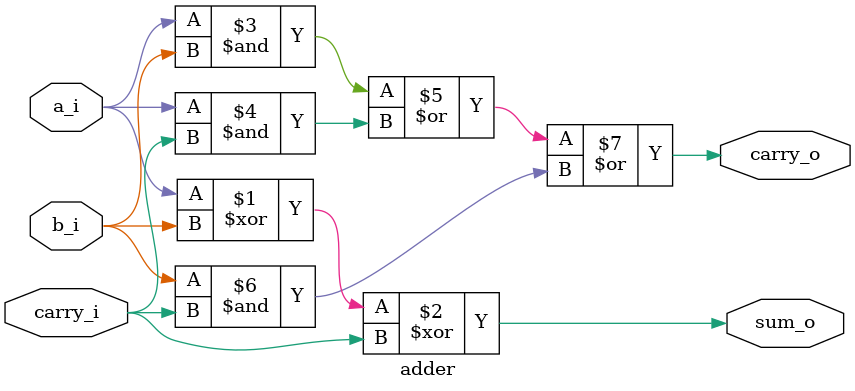
<source format=sv>
`timescale 1ns / 1ps

module adder(
    input a_i,
    input b_i,
    input carry_i,
    output sum_o,
    output carry_o
    );

assign sum_o = a_i ^ b_i ^ carry_i;
assign carry_o = (a_i & b_i) | (a_i & carry_i) | (b_i & carry_i);    
    
endmodule

</source>
